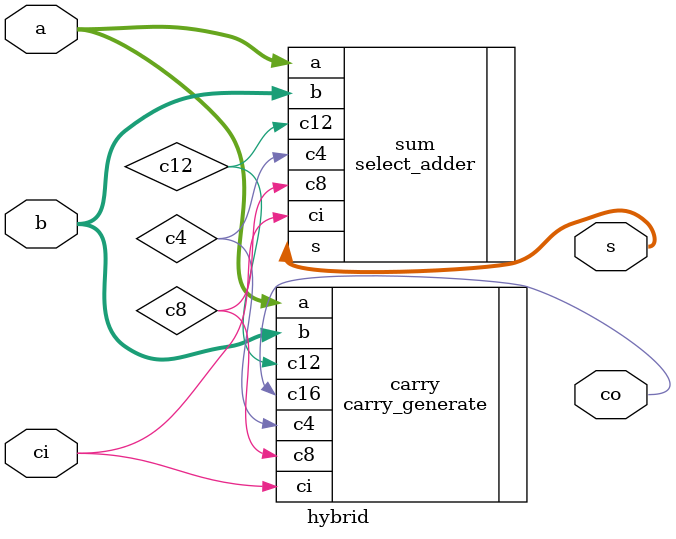
<source format=v>
module hybrid(a, b, ci, s, co);

input ci;
input [15:0] a, b;
output [15:0] s;
output co;

wire c4, c8, c12;

carry_generate carry(.a(a), .b(b), .ci(ci), .c4(c4), .c8(c8), .c12(c12), .c16(co));
select_adder sum(.a(a), .b(b), .ci(ci), .c4(c4), .c8(c8), .c12(c12), .s(s));

endmodule
</source>
